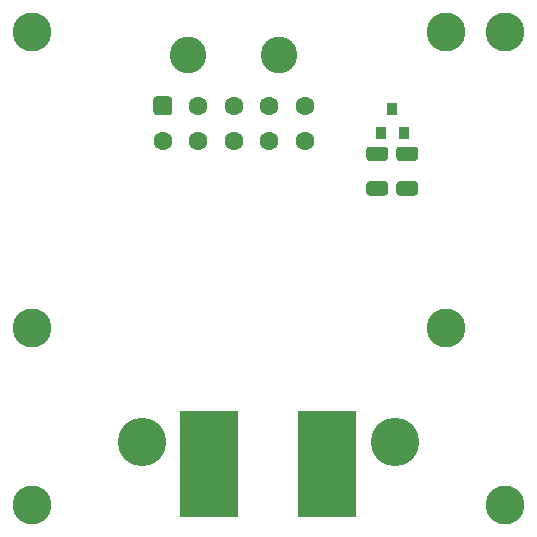
<source format=gbr>
G04 #@! TF.GenerationSoftware,KiCad,Pcbnew,(5.1.6)-1*
G04 #@! TF.CreationDate,2021-06-25T13:56:25+10:00*
G04 #@! TF.ProjectId,Fan Controller,46616e20-436f-46e7-9472-6f6c6c65722e,rev?*
G04 #@! TF.SameCoordinates,Original*
G04 #@! TF.FileFunction,Soldermask,Top*
G04 #@! TF.FilePolarity,Negative*
%FSLAX46Y46*%
G04 Gerber Fmt 4.6, Leading zero omitted, Abs format (unit mm)*
G04 Created by KiCad (PCBNEW (5.1.6)-1) date 2021-06-25 13:56:25*
%MOMM*%
%LPD*%
G01*
G04 APERTURE LIST*
%ADD10C,1.600000*%
%ADD11C,3.100000*%
%ADD12C,3.300000*%
%ADD13C,4.100000*%
%ADD14R,4.900000X4.600000*%
%ADD15R,0.900000X1.000000*%
G04 APERTURE END LIST*
D10*
X138365000Y-91011000D03*
X135365000Y-91011000D03*
X132365000Y-91011000D03*
X129365000Y-91011000D03*
X126365000Y-91011000D03*
X138365000Y-88011000D03*
X135365000Y-88011000D03*
X132365000Y-88011000D03*
X129365000Y-88011000D03*
G36*
G01*
X125565000Y-88544333D02*
X125565000Y-87477667D01*
G75*
G02*
X125831667Y-87211000I266667J0D01*
G01*
X126898333Y-87211000D01*
G75*
G02*
X127165000Y-87477667I0J-266667D01*
G01*
X127165000Y-88544333D01*
G75*
G02*
X126898333Y-88811000I-266667J0D01*
G01*
X125831667Y-88811000D01*
G75*
G02*
X125565000Y-88544333I0J266667D01*
G01*
G37*
D11*
X136225000Y-83691000D03*
X128525000Y-83691000D03*
D12*
X150316000Y-106788000D03*
X150316000Y-81788000D03*
X115316000Y-106788000D03*
X115316000Y-121788000D03*
X155316000Y-121788000D03*
X155316000Y-81788000D03*
X115316000Y-81788000D03*
D13*
X146032000Y-116473000D03*
X124572000Y-116473000D03*
D14*
X140302000Y-116123000D03*
X130302000Y-116123000D03*
X140302000Y-120523000D03*
X130302000Y-120523000D03*
D15*
X144846000Y-90281000D03*
X146746000Y-90281000D03*
X145796000Y-88281000D03*
G36*
G01*
X146413221Y-91462500D02*
X147718779Y-91462500D01*
G75*
G02*
X147991000Y-91734721I0J-272221D01*
G01*
X147991000Y-92415279D01*
G75*
G02*
X147718779Y-92687500I-272221J0D01*
G01*
X146413221Y-92687500D01*
G75*
G02*
X146141000Y-92415279I0J272221D01*
G01*
X146141000Y-91734721D01*
G75*
G02*
X146413221Y-91462500I272221J0D01*
G01*
G37*
G36*
G01*
X146413221Y-94387500D02*
X147718779Y-94387500D01*
G75*
G02*
X147991000Y-94659721I0J-272221D01*
G01*
X147991000Y-95340279D01*
G75*
G02*
X147718779Y-95612500I-272221J0D01*
G01*
X146413221Y-95612500D01*
G75*
G02*
X146141000Y-95340279I0J272221D01*
G01*
X146141000Y-94659721D01*
G75*
G02*
X146413221Y-94387500I272221J0D01*
G01*
G37*
G36*
G01*
X143873221Y-94387500D02*
X145178779Y-94387500D01*
G75*
G02*
X145451000Y-94659721I0J-272221D01*
G01*
X145451000Y-95340279D01*
G75*
G02*
X145178779Y-95612500I-272221J0D01*
G01*
X143873221Y-95612500D01*
G75*
G02*
X143601000Y-95340279I0J272221D01*
G01*
X143601000Y-94659721D01*
G75*
G02*
X143873221Y-94387500I272221J0D01*
G01*
G37*
G36*
G01*
X143873221Y-91462500D02*
X145178779Y-91462500D01*
G75*
G02*
X145451000Y-91734721I0J-272221D01*
G01*
X145451000Y-92415279D01*
G75*
G02*
X145178779Y-92687500I-272221J0D01*
G01*
X143873221Y-92687500D01*
G75*
G02*
X143601000Y-92415279I0J272221D01*
G01*
X143601000Y-91734721D01*
G75*
G02*
X143873221Y-91462500I272221J0D01*
G01*
G37*
M02*

</source>
